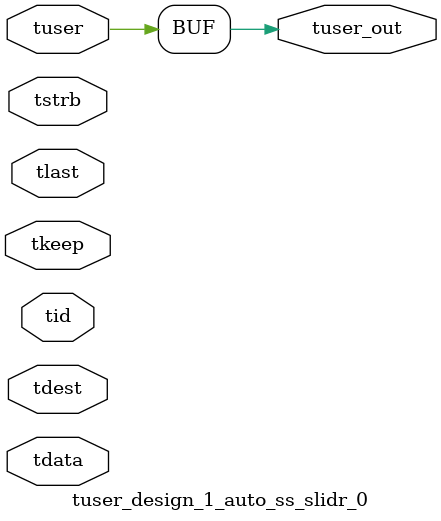
<source format=v>


`timescale 1ps/1ps

module tuser_design_1_auto_ss_slidr_0 #
(
parameter C_S_AXIS_TUSER_WIDTH = 1,
parameter C_S_AXIS_TDATA_WIDTH = 32,
parameter C_S_AXIS_TID_WIDTH   = 0,
parameter C_S_AXIS_TDEST_WIDTH = 0,
parameter C_M_AXIS_TUSER_WIDTH = 1
)
(
input  [(C_S_AXIS_TUSER_WIDTH == 0 ? 1 : C_S_AXIS_TUSER_WIDTH)-1:0     ] tuser,
input  [(C_S_AXIS_TDATA_WIDTH == 0 ? 1 : C_S_AXIS_TDATA_WIDTH)-1:0     ] tdata,
input  [(C_S_AXIS_TID_WIDTH   == 0 ? 1 : C_S_AXIS_TID_WIDTH)-1:0       ] tid,
input  [(C_S_AXIS_TDEST_WIDTH == 0 ? 1 : C_S_AXIS_TDEST_WIDTH)-1:0     ] tdest,
input  [(C_S_AXIS_TDATA_WIDTH/8)-1:0 ] tkeep,
input  [(C_S_AXIS_TDATA_WIDTH/8)-1:0 ] tstrb,
input                                                                    tlast,
output [C_M_AXIS_TUSER_WIDTH-1:0] tuser_out
);

assign tuser_out = {tuser[0:0]};

endmodule


</source>
